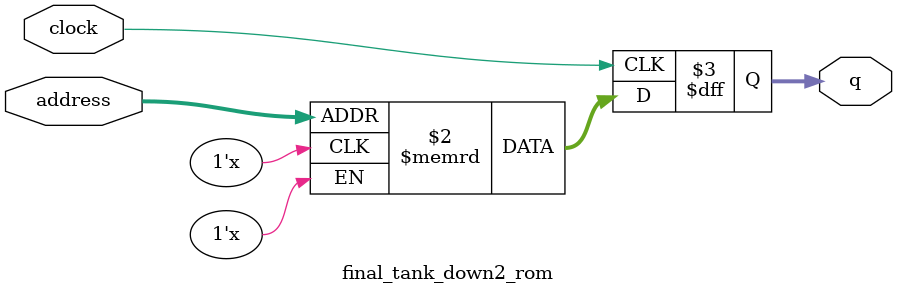
<source format=sv>
module final_tank_down2_rom (
	input logic clock,
	input logic [9:0] address,
	output logic [3:0] q
);

logic [3:0] memory [0:1023] /* synthesis ram_init_file = "./final_tank_down2/final_tank_down2.mif" */;

always_ff @ (posedge clock) begin
	q <= memory[address];
end

endmodule

</source>
